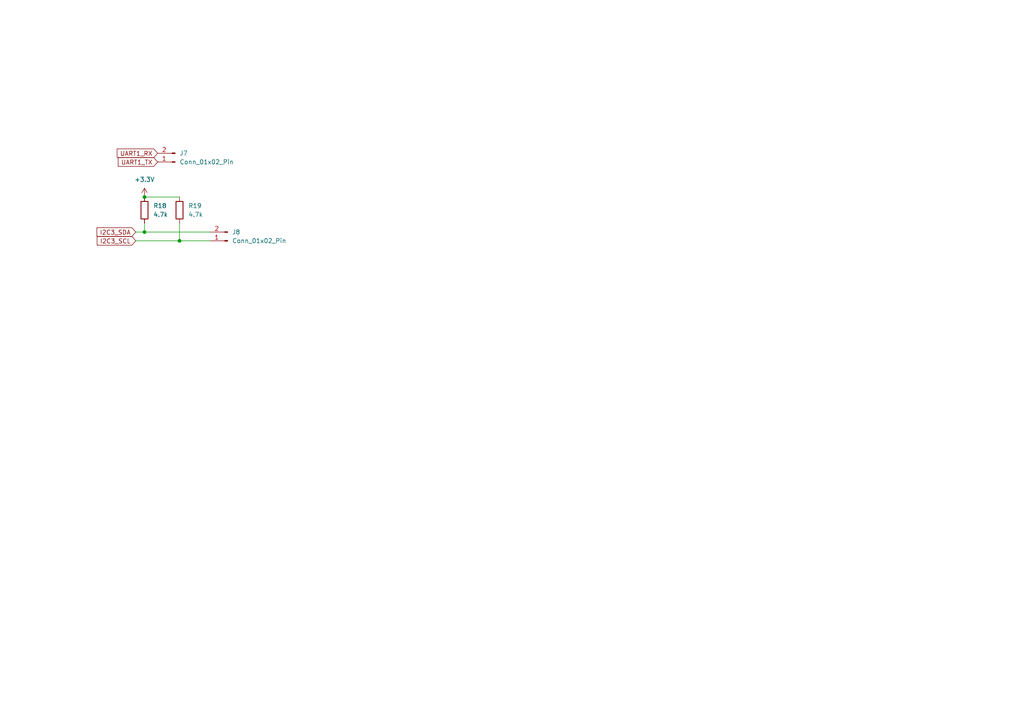
<source format=kicad_sch>
(kicad_sch (version 20250114) (generator "eeschema") (generator_version "9.0")
  (paper "A4")
  (lib_symbols
    (symbol "Connector:Conn_01x02_Pin" (pin_names (offset 1.016) (hide yes))
      (property "Reference" "J" (at 0 2.54 0))
      (property "Value" "Conn_01x02_Pin" (at 0 -5.08 0))
      (symbol "Conn_01x02_Pin_1_1"
        (rectangle (start 0.8636 0.127) (end 0 -0.127) (stroke (width 0.1524)) (fill (type outline)))
        (rectangle (start 0.8636 -2.413) (end 0 -2.667) (stroke (width 0.1524)) (fill (type outline)))
        (polyline (pts (xy 1.27 0) (xy 0.8636 0)) (stroke (width 0.1524)))
        (polyline (pts (xy 1.27 -2.54) (xy 0.8636 -2.54)) (stroke (width 0.1524)))
        (pin passive line (at 5.08 0 180) (length 3.81) (name "Pin_1") (number "1"))
        (pin passive line (at 5.08 -2.54 180) (length 3.81) (name "Pin_2") (number "2"))
      )
    )
    (symbol "Device:R" (pin_numbers (hide yes)) (pin_names (offset 0))
      (property "Reference" "R" (at 2.032 0 90))
      (property "Value" "R" (at 0 0 90))
      (symbol "R_0_1"
        (rectangle (start -1.016 -2.54) (end 1.016 2.54) (stroke (width 0.254)))
      )
      (symbol "R_1_1"
        (pin passive line (at 0 3.81 270) (length 1.27) (name "~") (number "1"))
        (pin passive line (at 0 -3.81 90) (length 1.27) (name "~") (number "2"))
      )
    )
    (symbol "power:+3.3V" (power) (pin_numbers (hide yes)) (pin_names (offset 0) (hide yes))
      (property "Value" "+3.3V" (at 0 3.556 0))
      (symbol "+3.3V_0_1"
        (polyline (pts (xy -0.762 1.27) (xy 0 2.54)))
        (polyline (pts (xy 0 2.54) (xy 0.762 1.27)))
        (polyline (pts (xy 0 0) (xy 0 2.54)))
      )
      (symbol "+3.3V_1_1"
        (pin power_in line (at 0 0 90) (length 0) (name "~") (number "1"))
      )
    )
  )
  (junction (at 52.07 69.85))
  (junction (at 41.91 57.15))
  (junction (at 41.91 67.31))
  (wire (pts (xy 52.07 69.85) (xy 60.96 69.85)))
  (wire (pts (xy 52.07 64.77) (xy 52.07 69.85)))
  (wire (pts (xy 39.37 67.31) (xy 41.91 67.31)))
  (wire (pts (xy 41.91 64.77) (xy 41.91 67.31)))
  (wire (pts (xy 41.91 57.15) (xy 52.07 57.15)))
  (wire (pts (xy 39.37 69.85) (xy 52.07 69.85)))
  (wire (pts (xy 41.91 67.31) (xy 60.96 67.31)))
  (global_label "UART1_RX" (shape input) (at 45.72 44.45 180) (property "Intersheetrefs" "${INTERSHEET_REFS}" (effects (hide yes))))
  (global_label "UART1_TX" (shape input) (at 45.72 46.99 180) (property "Intersheetrefs" "${INTERSHEET_REFS}" (effects (hide yes))))
  (global_label "I2C3_SCL" (shape input) (at 39.37 69.85 180) (property "Intersheetrefs" "${INTERSHEET_REFS}" (effects (hide yes))))
  (global_label "I2C3_SDA" (shape input) (at 39.37 67.31 180) (property "Intersheetrefs" "${INTERSHEET_REFS}" (effects (hide yes))))
  (symbol (lib_id "Connector:Conn_01x02_Pin") (at 50.8 46.99 180) (unit 1)
    (property "Reference" "J7" (at 52.07 44.4499 0) (effects (justify right)))
    (property "Value" "Conn_01x02_Pin" (at 52.07 46.9899 0) (effects (justify right)))
    (property "Description" "Generic connector, single row, 01x02, script generated" (effects (hide yes)))
  )
  (symbol (lib_id "power:+3.3V") (at 41.91 57.15 0) (unit 1)
    (property "Reference" "#PWR070" (effects (hide yes)))
    (property "Value" "+3.3V" (at 41.91 52.07 0))
    (property "Description" "Power symbol creates a global label with name \"+3.3V\"" (effects (hide yes)))
  )
  (symbol (lib_id "Device:R") (at 41.91 60.96 0) (unit 1)
    (property "Reference" "R18" (at 44.45 59.6899 0) (effects (justify left)))
    (property "Value" "4.7k" (at 44.45 62.2299 0) (effects (justify left)))
    (property "Description" "Resistor" (effects (hide yes)))
  )
  (symbol (lib_id "Device:R") (at 52.07 60.96 0) (unit 1)
    (property "Reference" "R19" (at 54.61 59.6899 0) (effects (justify left)))
    (property "Value" "4.7k" (at 54.61 62.2299 0) (effects (justify left)))
    (property "Description" "Resistor" (effects (hide yes)))
  )
  (symbol (lib_id "Connector:Conn_01x02_Pin") (at 66.04 69.85 180) (unit 1)
    (property "Reference" "J8" (at 67.31 67.3099 0) (effects (justify right)))
    (property "Value" "Conn_01x02_Pin" (at 67.31 69.8499 0) (effects (justify right)))
    (property "Description" "Generic connector, single row, 01x02, script generated" (effects (hide yes)))
  )
)
</source>
